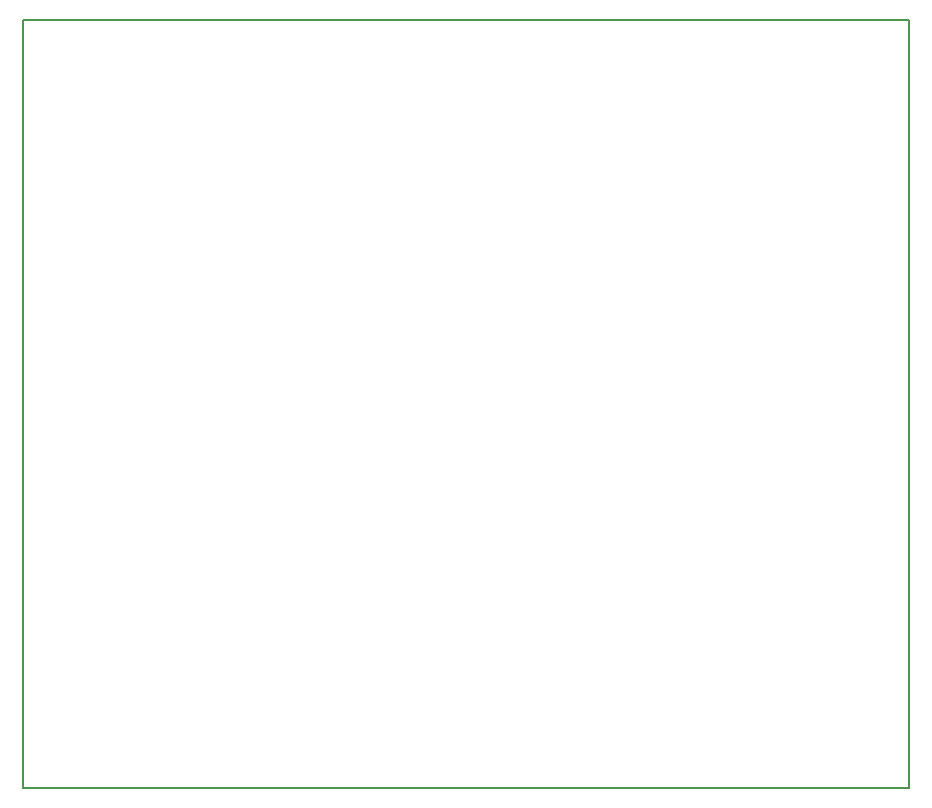
<source format=gbr>
G04 #@! TF.GenerationSoftware,KiCad,Pcbnew,5.0.1-33cea8e~68~ubuntu16.04.1*
G04 #@! TF.CreationDate,2019-02-08T00:52:31-05:00*
G04 #@! TF.ProjectId,SmallKat Jumbo Motherboard,536D616C6C4B6174204A756D626F204D,rev?*
G04 #@! TF.SameCoordinates,Original*
G04 #@! TF.FileFunction,Profile,NP*
%FSLAX46Y46*%
G04 Gerber Fmt 4.6, Leading zero omitted, Abs format (unit mm)*
G04 Created by KiCad (PCBNEW 5.0.1-33cea8e~68~ubuntu16.04.1) date Fri 08 Feb 2019 12:52:31 AM EST*
%MOMM*%
%LPD*%
G01*
G04 APERTURE LIST*
%ADD10C,0.150000*%
G04 APERTURE END LIST*
D10*
X75000000Y0D02*
X0Y0D01*
X75000000Y-65000000D02*
X75000000Y0D01*
X0Y-65000000D02*
X75000000Y-65000000D01*
X0Y0D02*
X0Y-65000000D01*
M02*

</source>
